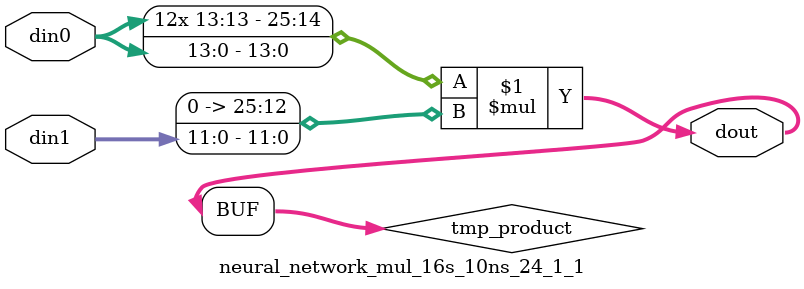
<source format=v>

`timescale 1 ns / 1 ps

  module neural_network_mul_16s_10ns_24_1_1(din0, din1, dout);
parameter ID = 1;
parameter NUM_STAGE = 0;
parameter din0_WIDTH = 14;
parameter din1_WIDTH = 12;
parameter dout_WIDTH = 26;

input [din0_WIDTH - 1 : 0] din0; 
input [din1_WIDTH - 1 : 0] din1; 
output [dout_WIDTH - 1 : 0] dout;

wire signed [dout_WIDTH - 1 : 0] tmp_product;












assign tmp_product = $signed(din0) * $signed({1'b0, din1});









assign dout = tmp_product;







endmodule

</source>
